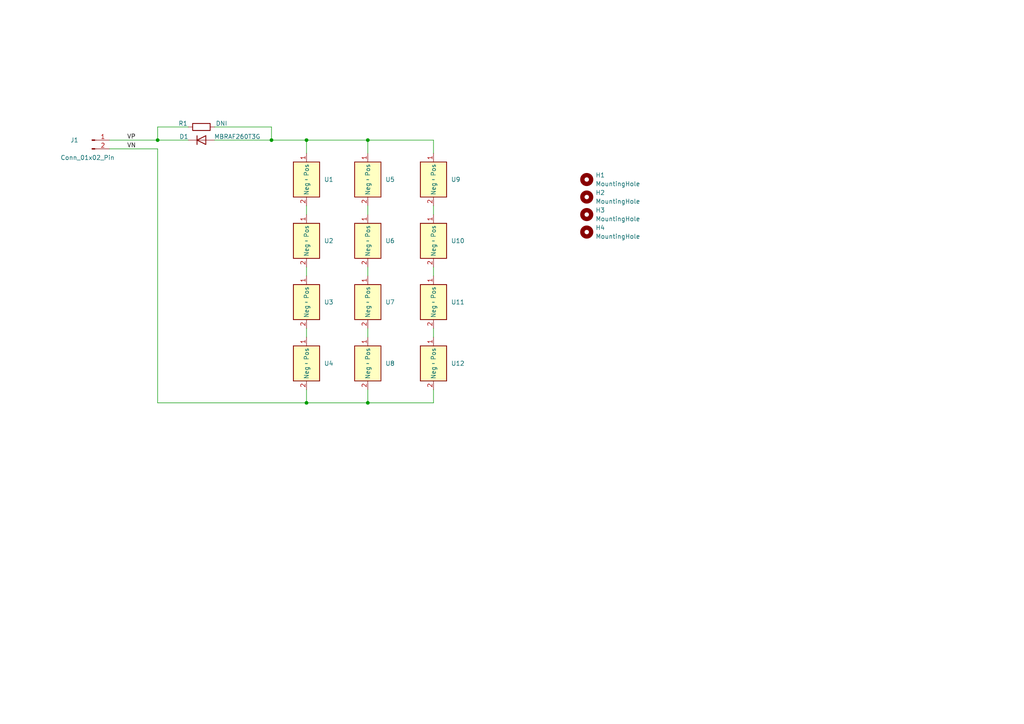
<source format=kicad_sch>
(kicad_sch (version 20231120) (generator "eeschema") (generator_version "8.0")
  (paper "A4")
  (lib_symbols
    (symbol "Connector:Conn_01x02_Pin" (pin_names (offset 1.016) hide)
      (property "Reference" "J" (at 0 2.54 0))
      (property "Value" "Conn_01x02_Pin" (at 0 -5.08 0))
      (symbol "Conn_01x02_Pin_1_1"
        (polyline (pts (xy 1.27 -2.54) (xy 0.8636 -2.54)) (stroke (width 0.1524)))
        (polyline (pts (xy 1.27 0) (xy 0.8636 0)) (stroke (width 0.1524)))
        (rectangle (start 0.8636 -2.413) (end 0 -2.667) (stroke (width 0.1524)) (fill (type outline)))
        (rectangle (start 0.8636 0.127) (end 0 -0.127) (stroke (width 0.1524)) (fill (type outline)))
        (pin passive line (at 5.08 0 180) (length 3.81) (name "Pin_1") (number "1"))
        (pin passive line (at 5.08 -2.54 180) (length 3.81) (name "Pin_2") (number "2"))
      )
    )
    (symbol "Device:D" (pin_numbers hide) (pin_names (offset 1.016) hide)
      (property "Reference" "D" (at 0 2.54 0))
      (property "Value" "D" (at 0 -2.54 0))
      (symbol "D_0_1"
        (polyline (pts (xy -1.27 1.27) (xy -1.27 -1.27)) (stroke (width 0.254)))
        (polyline (pts (xy 1.27 0) (xy -1.27 0)))
        (polyline (pts (xy 1.27 1.27) (xy 1.27 -1.27) (xy -1.27 0) (xy 1.27 1.27)) (stroke (width 0.254)))
      )
      (symbol "D_1_1"
        (pin passive line (at -3.81 0 0) (length 2.54) (name "K") (number "1"))
        (pin passive line (at 3.81 0 180) (length 2.54) (name "A") (number "2"))
      )
    )
    (symbol "Device:R" (pin_numbers hide) (pin_names (offset 0))
      (property "Reference" "R" (at 2.032 0 90))
      (property "Value" "R" (at 0 0 90))
      (symbol "R_0_1"
        (rectangle (start -1.016 -2.54) (end 1.016 2.54) (stroke (width 0.254)))
      )
      (symbol "R_1_1"
        (pin passive line (at 0 3.81 270) (length 1.27) (name "~") (number "1"))
        (pin passive line (at 0 -3.81 90) (length 1.27) (name "~") (number "2"))
      )
    )
    (symbol "Mechanical:MountingHole" (pin_names (offset 1.016)) (exclude_from_sim yes) (in_bom no)
      (property "Reference" "H" (at 0 5.08 0))
      (property "Value" "MountingHole" (at 0 3.175 0))
      (symbol "MountingHole_0_1"
        (circle (center 0 0) (radius 1.27) (stroke (width 1.27)))
      )
    )
    (symbol "SidePanel:SolarBIT_"
      (property "Reference" "U" (at 0 0 0))
      (symbol "SolarBIT__0_1"
        (rectangle (start -3.81 5.08) (end 3.81 -5.08) (stroke (width 0.254)) (fill (type background)))
      )
      (symbol "SolarBIT__1_1"
        (pin passive line (at 0 7.62 270) (length 2.54) (name "Pos") (number "1"))
        (pin passive line (at 0 -7.62 90) (length 2.54) (name "Neg") (number "2"))
      )
    )
  )
  (junction (at 88.9 116.84))
  (junction (at 45.72 40.64))
  (junction (at 106.68 40.64))
  (junction (at 106.68 116.84))
  (junction (at 78.74 40.64))
  (junction (at 88.9 40.64))
  (wire (pts (xy 125.73 59.69) (xy 125.73 62.23)))
  (wire (pts (xy 88.9 95.25) (xy 88.9 97.79)))
  (wire (pts (xy 125.73 40.64) (xy 125.73 44.45)))
  (wire (pts (xy 106.68 59.69) (xy 106.68 62.23)))
  (wire (pts (xy 125.73 77.47) (xy 125.73 80.01)))
  (wire (pts (xy 62.23 36.83) (xy 78.74 36.83)))
  (wire (pts (xy 88.9 59.69) (xy 88.9 62.23)))
  (wire (pts (xy 125.73 113.03) (xy 125.73 116.84)))
  (wire (pts (xy 106.68 40.64) (xy 106.68 44.45)))
  (wire (pts (xy 45.72 116.84) (xy 45.72 43.18)))
  (wire (pts (xy 106.68 113.03) (xy 106.68 116.84)))
  (wire (pts (xy 54.61 36.83) (xy 45.72 36.83)))
  (wire (pts (xy 88.9 116.84) (xy 45.72 116.84)))
  (wire (pts (xy 45.72 36.83) (xy 45.72 40.64)))
  (wire (pts (xy 78.74 36.83) (xy 78.74 40.64)))
  (wire (pts (xy 31.75 43.18) (xy 45.72 43.18)))
  (wire (pts (xy 106.68 40.64) (xy 125.73 40.64)))
  (wire (pts (xy 125.73 95.25) (xy 125.73 97.79)))
  (wire (pts (xy 88.9 77.47) (xy 88.9 80.01)))
  (wire (pts (xy 106.68 116.84) (xy 125.73 116.84)))
  (wire (pts (xy 62.23 40.64) (xy 78.74 40.64)))
  (wire (pts (xy 106.68 77.47) (xy 106.68 80.01)))
  (wire (pts (xy 88.9 116.84) (xy 106.68 116.84)))
  (wire (pts (xy 106.68 95.25) (xy 106.68 97.79)))
  (wire (pts (xy 88.9 113.03) (xy 88.9 116.84)))
  (wire (pts (xy 45.72 40.64) (xy 31.75 40.64)))
  (wire (pts (xy 45.72 40.64) (xy 54.61 40.64)))
  (wire (pts (xy 78.74 40.64) (xy 88.9 40.64)))
  (wire (pts (xy 88.9 40.64) (xy 106.68 40.64)))
  (wire (pts (xy 88.9 40.64) (xy 88.9 44.45)))
  (label "VN" (at 36.83 43.18 0))
  (label "VP" (at 36.83 40.64 0))
  (symbol (lib_id "Device:D") (at 58.42 40.64 0) (unit 1)
    (property "Reference" "D1" (at 53.34 39.624 0))
    (property "Value" "MBRAF260T3G" (at 68.834 39.624 0))
    (property "Footprint" "Diode_SMD:D_SMA" (effects (hide yes)))
    (property "Description" "Diode" (effects (hide yes)))
    (property "Sim.Device" "D" (effects (hide yes)))
    (property "Sim.Pins" "1=K 2=A" (effects (hide yes)))
  )
  (symbol (lib_id "SidePanel:SolarBIT_") (at 125.73 52.07 0) (unit 1)
    (property "Reference" "U9" (at 130.81 52.07 0) (effects (justify left)))
    (property "Value" "~" (at 125.73 52.07 0))
    (property "Footprint" "Sidepanel-footprints:solarBIT" (effects (hide yes)))
  )
  (symbol (lib_id "Mechanical:MountingHole") (at 170.18 62.23 0) (unit 1) (exclude_from_sim yes) (in_bom no)
    (property "Reference" "H3" (at 172.72 60.9599 0) (effects (justify left)))
    (property "Value" "MountingHole" (at 172.72 63.4999 0) (effects (justify left)))
    (property "Footprint" "MountingHole:MountingHole_3.2mm_M3_Pad_Via" (effects (hide yes)))
    (property "Description" "Mounting Hole without connection" (effects (hide yes)))
  )
  (symbol (lib_id "SidePanel:SolarBIT_") (at 106.68 105.41 0) (unit 1)
    (property "Reference" "U8" (at 111.76 105.41 0) (effects (justify left)))
    (property "Value" "~" (at 106.68 105.41 0))
    (property "Footprint" "Sidepanel-footprints:solarBIT" (effects (hide yes)))
  )
  (symbol (lib_id "SidePanel:SolarBIT_") (at 88.9 69.85 0) (unit 1)
    (property "Reference" "U2" (at 93.98 69.85 0) (effects (justify left)))
    (property "Value" "~" (at 88.9 69.85 0))
    (property "Footprint" "Sidepanel-footprints:solarBIT" (effects (hide yes)))
  )
  (symbol (lib_id "SidePanel:SolarBIT_") (at 88.9 105.41 0) (unit 1)
    (property "Reference" "U4" (at 93.98 105.41 0) (effects (justify left)))
    (property "Value" "~" (at 88.9 105.41 0))
    (property "Footprint" "Sidepanel-footprints:solarBIT" (effects (hide yes)))
  )
  (symbol (lib_id "SidePanel:SolarBIT_") (at 106.68 87.63 0) (unit 1)
    (property "Reference" "U7" (at 111.76 87.63 0) (effects (justify left)))
    (property "Value" "~" (at 106.68 87.63 0))
    (property "Footprint" "Sidepanel-footprints:solarBIT" (effects (hide yes)))
  )
  (symbol (lib_id "SidePanel:SolarBIT_") (at 125.73 105.41 0) (unit 1)
    (property "Reference" "U12" (at 130.81 105.41 0) (effects (justify left)))
    (property "Value" "~" (at 125.73 105.41 0))
    (property "Footprint" "Sidepanel-footprints:solarBIT" (effects (hide yes)))
  )
  (symbol (lib_id "SidePanel:SolarBIT_") (at 125.73 87.63 0) (unit 1)
    (property "Reference" "U11" (at 130.81 87.63 0) (effects (justify left)))
    (property "Value" "~" (at 125.73 87.63 0))
    (property "Footprint" "Sidepanel-footprints:solarBIT" (effects (hide yes)))
  )
  (symbol (lib_id "Connector:Conn_01x02_Pin") (at 26.67 40.64 0) (unit 1)
    (property "Reference" "J1" (at 21.59 40.64 0))
    (property "Value" "Conn_01x02_Pin" (at 25.4 45.72 0))
    (property "Footprint" "Connector_JST:JST_PH_B2B-PH-SM4-TB_1x02-1MP_P2.00mm_Vertical" (effects (hide yes)))
  )
  (symbol (lib_id "SidePanel:SolarBIT_") (at 125.73 69.85 0) (unit 1)
    (property "Reference" "U10" (at 130.81 69.85 0) (effects (justify left)))
    (property "Value" "~" (at 125.73 69.85 0))
    (property "Footprint" "Sidepanel-footprints:solarBIT" (effects (hide yes)))
  )
  (symbol (lib_id "Mechanical:MountingHole") (at 170.18 67.31 0) (unit 1) (exclude_from_sim yes) (in_bom no)
    (property "Reference" "H4" (at 172.72 66.0399 0) (effects (justify left)))
    (property "Value" "MountingHole" (at 172.72 68.5799 0) (effects (justify left)))
    (property "Footprint" "MountingHole:MountingHole_3.2mm_M3_Pad_Via" (effects (hide yes)))
    (property "Description" "Mounting Hole without connection" (effects (hide yes)))
  )
  (symbol (lib_id "SidePanel:SolarBIT_") (at 106.68 52.07 0) (unit 1)
    (property "Reference" "U5" (at 111.76 52.07 0) (effects (justify left)))
    (property "Value" "~" (at 106.68 52.07 0))
    (property "Footprint" "Sidepanel-footprints:solarBIT" (effects (hide yes)))
  )
  (symbol (lib_id "Device:R") (at 58.42 36.83 90) (unit 1)
    (property "Reference" "R1" (at 53.086 35.814 90))
    (property "Value" "DNI" (at 64.262 35.814 90))
    (property "Footprint" "Resistor_SMD:R_1210_3225Metric" (effects (hide yes)))
    (property "Description" "Resistor" (effects (hide yes)))
  )
  (symbol (lib_id "SidePanel:SolarBIT_") (at 106.68 69.85 0) (unit 1)
    (property "Reference" "U6" (at 111.76 69.85 0) (effects (justify left)))
    (property "Value" "~" (at 106.68 69.85 0))
    (property "Footprint" "Sidepanel-footprints:solarBIT" (effects (hide yes)))
  )
  (symbol (lib_id "SidePanel:SolarBIT_") (at 88.9 52.07 0) (unit 1)
    (property "Reference" "U1" (at 93.98 52.07 0) (effects (justify left)))
    (property "Value" "~" (at 88.9 52.07 0))
    (property "Footprint" "Sidepanel-footprints:solarBIT" (effects (hide yes)))
  )
  (symbol (lib_id "Mechanical:MountingHole") (at 170.18 52.07 0) (unit 1) (exclude_from_sim yes) (in_bom no)
    (property "Reference" "H1" (at 172.72 50.7999 0) (effects (justify left)))
    (property "Value" "MountingHole" (at 172.72 53.3399 0) (effects (justify left)))
    (property "Footprint" "MountingHole:MountingHole_3.2mm_M3_Pad_Via" (effects (hide yes)))
    (property "Description" "Mounting Hole without connection" (effects (hide yes)))
  )
  (symbol (lib_id "Mechanical:MountingHole") (at 170.18 57.15 0) (unit 1) (exclude_from_sim yes) (in_bom no)
    (property "Reference" "H2" (at 172.72 55.8799 0) (effects (justify left)))
    (property "Value" "MountingHole" (at 172.72 58.4199 0) (effects (justify left)))
    (property "Footprint" "MountingHole:MountingHole_3.2mm_M3_Pad_Via" (effects (hide yes)))
    (property "Description" "Mounting Hole without connection" (effects (hide yes)))
  )
  (symbol (lib_id "SidePanel:SolarBIT_") (at 88.9 87.63 0) (unit 1)
    (property "Reference" "U3" (at 93.98 87.63 0) (effects (justify left)))
    (property "Value" "~" (at 88.9 87.63 0))
    (property "Footprint" "Sidepanel-footprints:solarBIT" (effects (hide yes)))
  )
)
</source>
